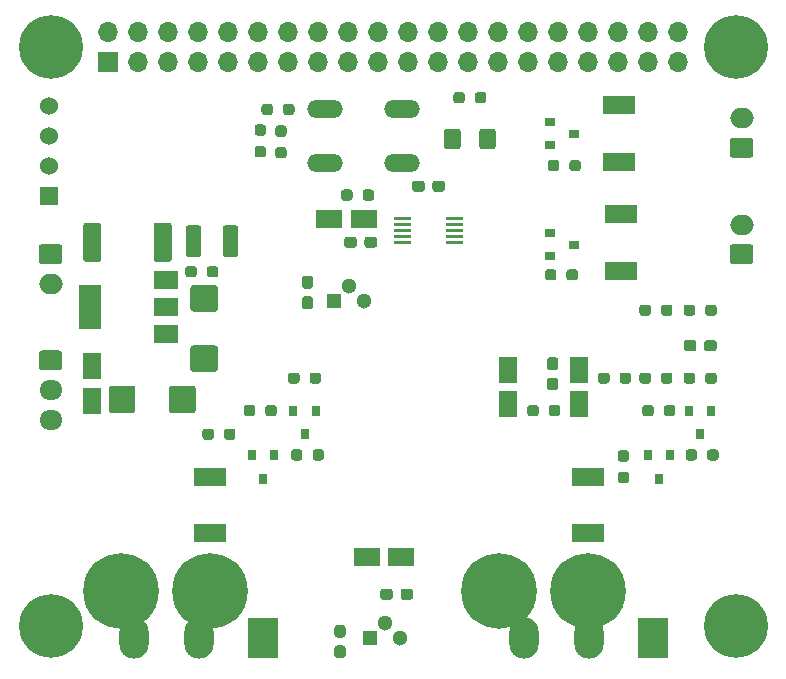
<source format=gbr>
G04 #@! TF.GenerationSoftware,KiCad,Pcbnew,5.1.10-88a1d61d58~88~ubuntu20.04.1*
G04 #@! TF.CreationDate,2021-09-15T20:12:52+01:00*
G04 #@! TF.ProjectId,ogsolar,6f67736f-6c61-4722-9e6b-696361645f70,1.5*
G04 #@! TF.SameCoordinates,Original*
G04 #@! TF.FileFunction,Soldermask,Top*
G04 #@! TF.FilePolarity,Negative*
%FSLAX46Y46*%
G04 Gerber Fmt 4.6, Leading zero omitted, Abs format (unit mm)*
G04 Created by KiCad (PCBNEW 5.1.10-88a1d61d58~88~ubuntu20.04.1) date 2021-09-15 20:12:52*
%MOMM*%
%LPD*%
G01*
G04 APERTURE LIST*
%ADD10C,1.300000*%
%ADD11R,1.300000X1.300000*%
%ADD12C,5.400000*%
%ADD13R,1.500000X2.200000*%
%ADD14O,2.000000X1.700000*%
%ADD15O,1.950000X1.700000*%
%ADD16R,2.006600X1.498600*%
%ADD17R,1.930400X3.810000*%
%ADD18R,1.700000X1.700000*%
%ADD19O,1.700000X1.700000*%
%ADD20R,1.524000X1.524000*%
%ADD21C,1.524000*%
%ADD22R,2.200000X1.500000*%
%ADD23R,2.700000X1.500000*%
%ADD24R,0.800000X0.900000*%
%ADD25O,2.500000X3.500000*%
%ADD26R,2.500000X3.500000*%
%ADD27R,0.900000X0.800000*%
%ADD28O,3.014980X1.506220*%
%ADD29C,0.800000*%
%ADD30C,6.400000*%
G04 APERTURE END LIST*
D10*
X141770000Y-107230000D03*
X143040000Y-108500000D03*
D11*
X140500000Y-108500000D03*
D12*
X113500000Y-107500000D03*
X171500000Y-107500000D03*
X171500000Y-58500000D03*
X113500000Y-58500000D03*
G36*
G01*
X118425000Y-89225001D02*
X118425000Y-87374999D01*
G75*
G02*
X118674999Y-87125000I249999J0D01*
G01*
X120425001Y-87125000D01*
G75*
G02*
X120675000Y-87374999I0J-249999D01*
G01*
X120675000Y-89225001D01*
G75*
G02*
X120425001Y-89475000I-249999J0D01*
G01*
X118674999Y-89475000D01*
G75*
G02*
X118425000Y-89225001I0J249999D01*
G01*
G37*
G36*
G01*
X123525000Y-89225001D02*
X123525000Y-87374999D01*
G75*
G02*
X123774999Y-87125000I249999J0D01*
G01*
X125525001Y-87125000D01*
G75*
G02*
X125775000Y-87374999I0J-249999D01*
G01*
X125775000Y-89225001D01*
G75*
G02*
X125525001Y-89475000I-249999J0D01*
G01*
X123774999Y-89475000D01*
G75*
G02*
X123525000Y-89225001I0J249999D01*
G01*
G37*
G36*
G01*
X125574999Y-78625000D02*
X127425001Y-78625000D01*
G75*
G02*
X127675000Y-78874999I0J-249999D01*
G01*
X127675000Y-80625001D01*
G75*
G02*
X127425001Y-80875000I-249999J0D01*
G01*
X125574999Y-80875000D01*
G75*
G02*
X125325000Y-80625001I0J249999D01*
G01*
X125325000Y-78874999D01*
G75*
G02*
X125574999Y-78625000I249999J0D01*
G01*
G37*
G36*
G01*
X125574999Y-83725000D02*
X127425001Y-83725000D01*
G75*
G02*
X127675000Y-83974999I0J-249999D01*
G01*
X127675000Y-85725001D01*
G75*
G02*
X127425001Y-85975000I-249999J0D01*
G01*
X125574999Y-85975000D01*
G75*
G02*
X125325000Y-85725001I0J249999D01*
G01*
X125325000Y-83974999D01*
G75*
G02*
X125574999Y-83725000I249999J0D01*
G01*
G37*
D13*
X117000000Y-85500000D03*
X117000000Y-88400000D03*
G36*
G01*
X123750000Y-73574999D02*
X123750000Y-76425001D01*
G75*
G02*
X123500001Y-76675000I-249999J0D01*
G01*
X122474999Y-76675000D01*
G75*
G02*
X122225000Y-76425001I0J249999D01*
G01*
X122225000Y-73574999D01*
G75*
G02*
X122474999Y-73325000I249999J0D01*
G01*
X123500001Y-73325000D01*
G75*
G02*
X123750000Y-73574999I0J-249999D01*
G01*
G37*
G36*
G01*
X117775000Y-73574999D02*
X117775000Y-76425001D01*
G75*
G02*
X117525001Y-76675000I-249999J0D01*
G01*
X116499999Y-76675000D01*
G75*
G02*
X116250000Y-76425001I0J249999D01*
G01*
X116250000Y-73574999D01*
G75*
G02*
X116499999Y-73325000I249999J0D01*
G01*
X117525001Y-73325000D01*
G75*
G02*
X117775000Y-73574999I0J-249999D01*
G01*
G37*
G36*
G01*
X112750000Y-75150000D02*
X114250000Y-75150000D01*
G75*
G02*
X114500000Y-75400000I0J-250000D01*
G01*
X114500000Y-76600000D01*
G75*
G02*
X114250000Y-76850000I-250000J0D01*
G01*
X112750000Y-76850000D01*
G75*
G02*
X112500000Y-76600000I0J250000D01*
G01*
X112500000Y-75400000D01*
G75*
G02*
X112750000Y-75150000I250000J0D01*
G01*
G37*
D14*
X113500000Y-78500000D03*
G36*
G01*
X112775000Y-84150000D02*
X114225000Y-84150000D01*
G75*
G02*
X114475000Y-84400000I0J-250000D01*
G01*
X114475000Y-85600000D01*
G75*
G02*
X114225000Y-85850000I-250000J0D01*
G01*
X112775000Y-85850000D01*
G75*
G02*
X112525000Y-85600000I0J250000D01*
G01*
X112525000Y-84400000D01*
G75*
G02*
X112775000Y-84150000I250000J0D01*
G01*
G37*
D15*
X113500000Y-87500000D03*
X113500000Y-90000000D03*
G36*
G01*
X127700000Y-77262500D02*
X127700000Y-77737500D01*
G75*
G02*
X127462500Y-77975000I-237500J0D01*
G01*
X126962500Y-77975000D01*
G75*
G02*
X126725000Y-77737500I0J237500D01*
G01*
X126725000Y-77262500D01*
G75*
G02*
X126962500Y-77025000I237500J0D01*
G01*
X127462500Y-77025000D01*
G75*
G02*
X127700000Y-77262500I0J-237500D01*
G01*
G37*
G36*
G01*
X125875000Y-77262500D02*
X125875000Y-77737500D01*
G75*
G02*
X125637500Y-77975000I-237500J0D01*
G01*
X125137500Y-77975000D01*
G75*
G02*
X124900000Y-77737500I0J237500D01*
G01*
X124900000Y-77262500D01*
G75*
G02*
X125137500Y-77025000I237500J0D01*
G01*
X125637500Y-77025000D01*
G75*
G02*
X125875000Y-77262500I0J-237500D01*
G01*
G37*
D16*
X123233420Y-82798700D03*
X123233420Y-80500000D03*
X123233420Y-78201300D03*
D17*
X116825000Y-80500000D03*
D18*
X118375000Y-59750000D03*
D19*
X118375000Y-57210000D03*
X120915000Y-59750000D03*
X120915000Y-57210000D03*
X123455000Y-59750000D03*
X123455000Y-57210000D03*
X125995000Y-59750000D03*
X125995000Y-57210000D03*
X128535000Y-59750000D03*
X128535000Y-57210000D03*
X131075000Y-59750000D03*
X131075000Y-57210000D03*
X133615000Y-59750000D03*
X133615000Y-57210000D03*
X136155000Y-59750000D03*
X136155000Y-57210000D03*
X138695000Y-59750000D03*
X138695000Y-57210000D03*
X141235000Y-59750000D03*
X141235000Y-57210000D03*
X143775000Y-59750000D03*
X143775000Y-57210000D03*
X146315000Y-59750000D03*
X146315000Y-57210000D03*
X148855000Y-59750000D03*
X148855000Y-57210000D03*
X151395000Y-59750000D03*
X151395000Y-57210000D03*
X153935000Y-59750000D03*
X153935000Y-57210000D03*
X156475000Y-59750000D03*
X156475000Y-57210000D03*
X159015000Y-59750000D03*
X159015000Y-57210000D03*
X161555000Y-59750000D03*
X161555000Y-57210000D03*
X164095000Y-59750000D03*
X164095000Y-57210000D03*
X166635000Y-59750000D03*
X166635000Y-57210000D03*
D20*
X113340000Y-71040000D03*
D21*
X113340000Y-68500000D03*
X113340000Y-65960000D03*
X113340000Y-63420000D03*
G36*
G01*
X129387500Y-73799998D02*
X129387500Y-76000002D01*
G75*
G02*
X129137502Y-76250000I-249998J0D01*
G01*
X128312498Y-76250000D01*
G75*
G02*
X128062500Y-76000002I0J249998D01*
G01*
X128062500Y-73799998D01*
G75*
G02*
X128312498Y-73550000I249998J0D01*
G01*
X129137502Y-73550000D01*
G75*
G02*
X129387500Y-73799998I0J-249998D01*
G01*
G37*
G36*
G01*
X126262500Y-73799998D02*
X126262500Y-76000002D01*
G75*
G02*
X126012502Y-76250000I-249998J0D01*
G01*
X125187498Y-76250000D01*
G75*
G02*
X124937500Y-76000002I0J249998D01*
G01*
X124937500Y-73799998D01*
G75*
G02*
X125187498Y-73550000I249998J0D01*
G01*
X126012502Y-73550000D01*
G75*
G02*
X126262500Y-73799998I0J-249998D01*
G01*
G37*
G36*
G01*
X138350000Y-75237500D02*
X138350000Y-74762500D01*
G75*
G02*
X138587500Y-74525000I237500J0D01*
G01*
X139187500Y-74525000D01*
G75*
G02*
X139425000Y-74762500I0J-237500D01*
G01*
X139425000Y-75237500D01*
G75*
G02*
X139187500Y-75475000I-237500J0D01*
G01*
X138587500Y-75475000D01*
G75*
G02*
X138350000Y-75237500I0J237500D01*
G01*
G37*
G36*
G01*
X140075000Y-75237500D02*
X140075000Y-74762500D01*
G75*
G02*
X140312500Y-74525000I237500J0D01*
G01*
X140912500Y-74525000D01*
G75*
G02*
X141150000Y-74762500I0J-237500D01*
G01*
X141150000Y-75237500D01*
G75*
G02*
X140912500Y-75475000I-237500J0D01*
G01*
X140312500Y-75475000D01*
G75*
G02*
X140075000Y-75237500I0J237500D01*
G01*
G37*
G36*
G01*
X155762500Y-84737500D02*
X156237500Y-84737500D01*
G75*
G02*
X156475000Y-84975000I0J-237500D01*
G01*
X156475000Y-85575000D01*
G75*
G02*
X156237500Y-85812500I-237500J0D01*
G01*
X155762500Y-85812500D01*
G75*
G02*
X155525000Y-85575000I0J237500D01*
G01*
X155525000Y-84975000D01*
G75*
G02*
X155762500Y-84737500I237500J0D01*
G01*
G37*
G36*
G01*
X155762500Y-86462500D02*
X156237500Y-86462500D01*
G75*
G02*
X156475000Y-86700000I0J-237500D01*
G01*
X156475000Y-87300000D01*
G75*
G02*
X156237500Y-87537500I-237500J0D01*
G01*
X155762500Y-87537500D01*
G75*
G02*
X155525000Y-87300000I0J237500D01*
G01*
X155525000Y-86700000D01*
G75*
G02*
X155762500Y-86462500I237500J0D01*
G01*
G37*
G36*
G01*
X168825000Y-83987500D02*
X168825000Y-83512500D01*
G75*
G02*
X169062500Y-83275000I237500J0D01*
G01*
X169662500Y-83275000D01*
G75*
G02*
X169900000Y-83512500I0J-237500D01*
G01*
X169900000Y-83987500D01*
G75*
G02*
X169662500Y-84225000I-237500J0D01*
G01*
X169062500Y-84225000D01*
G75*
G02*
X168825000Y-83987500I0J237500D01*
G01*
G37*
G36*
G01*
X167100000Y-83987500D02*
X167100000Y-83512500D01*
G75*
G02*
X167337500Y-83275000I237500J0D01*
G01*
X167937500Y-83275000D01*
G75*
G02*
X168175000Y-83512500I0J-237500D01*
G01*
X168175000Y-83987500D01*
G75*
G02*
X167937500Y-84225000I-237500J0D01*
G01*
X167337500Y-84225000D01*
G75*
G02*
X167100000Y-83987500I0J237500D01*
G01*
G37*
D22*
X140000000Y-73000000D03*
X137100000Y-73000000D03*
D13*
X158250000Y-85800000D03*
X158250000Y-88700000D03*
X152250000Y-85800000D03*
X152250000Y-88700000D03*
G36*
G01*
X146800000Y-66875000D02*
X146800000Y-65625000D01*
G75*
G02*
X147050000Y-65375000I250000J0D01*
G01*
X147975000Y-65375000D01*
G75*
G02*
X148225000Y-65625000I0J-250000D01*
G01*
X148225000Y-66875000D01*
G75*
G02*
X147975000Y-67125000I-250000J0D01*
G01*
X147050000Y-67125000D01*
G75*
G02*
X146800000Y-66875000I0J250000D01*
G01*
G37*
G36*
G01*
X149775000Y-66875000D02*
X149775000Y-65625000D01*
G75*
G02*
X150025000Y-65375000I250000J0D01*
G01*
X150950000Y-65375000D01*
G75*
G02*
X151200000Y-65625000I0J-250000D01*
G01*
X151200000Y-66875000D01*
G75*
G02*
X150950000Y-67125000I-250000J0D01*
G01*
X150025000Y-67125000D01*
G75*
G02*
X149775000Y-66875000I0J250000D01*
G01*
G37*
D23*
X159000000Y-99650000D03*
X159000000Y-94850000D03*
X127000000Y-94850000D03*
X127000000Y-99650000D03*
X161600000Y-63400000D03*
X161600000Y-68200000D03*
X161800000Y-77400000D03*
X161800000Y-72600000D03*
D14*
X172000000Y-64500000D03*
G36*
G01*
X172750000Y-67850000D02*
X171250000Y-67850000D01*
G75*
G02*
X171000000Y-67600000I0J250000D01*
G01*
X171000000Y-66400000D01*
G75*
G02*
X171250000Y-66150000I250000J0D01*
G01*
X172750000Y-66150000D01*
G75*
G02*
X173000000Y-66400000I0J-250000D01*
G01*
X173000000Y-67600000D01*
G75*
G02*
X172750000Y-67850000I-250000J0D01*
G01*
G37*
G36*
G01*
X172750000Y-76850000D02*
X171250000Y-76850000D01*
G75*
G02*
X171000000Y-76600000I0J250000D01*
G01*
X171000000Y-75400000D01*
G75*
G02*
X171250000Y-75150000I250000J0D01*
G01*
X172750000Y-75150000D01*
G75*
G02*
X173000000Y-75400000I0J-250000D01*
G01*
X173000000Y-76600000D01*
G75*
G02*
X172750000Y-76850000I-250000J0D01*
G01*
G37*
X172000000Y-73500000D03*
D24*
X135950000Y-89250000D03*
X134050000Y-89250000D03*
X135000000Y-91250000D03*
X168500000Y-91250000D03*
X167550000Y-89250000D03*
X169450000Y-89250000D03*
X131500000Y-95000000D03*
X130550000Y-93000000D03*
X132450000Y-93000000D03*
X165950000Y-93000000D03*
X164050000Y-93000000D03*
X165000000Y-95000000D03*
D25*
X120600000Y-108500000D03*
X126050000Y-108500000D03*
D26*
X131500000Y-108500000D03*
X164500000Y-108500000D03*
D25*
X159050000Y-108500000D03*
X153600000Y-108500000D03*
D27*
X155800000Y-64850000D03*
X155800000Y-66750000D03*
X157800000Y-65800000D03*
X157800000Y-75200000D03*
X155800000Y-76150000D03*
X155800000Y-74250000D03*
G36*
G01*
X165175000Y-86737500D02*
X165175000Y-86262500D01*
G75*
G02*
X165412500Y-86025000I237500J0D01*
G01*
X165912500Y-86025000D01*
G75*
G02*
X166150000Y-86262500I0J-237500D01*
G01*
X166150000Y-86737500D01*
G75*
G02*
X165912500Y-86975000I-237500J0D01*
G01*
X165412500Y-86975000D01*
G75*
G02*
X165175000Y-86737500I0J237500D01*
G01*
G37*
G36*
G01*
X163350000Y-86737500D02*
X163350000Y-86262500D01*
G75*
G02*
X163587500Y-86025000I237500J0D01*
G01*
X164087500Y-86025000D01*
G75*
G02*
X164325000Y-86262500I0J-237500D01*
G01*
X164325000Y-86737500D01*
G75*
G02*
X164087500Y-86975000I-237500J0D01*
G01*
X163587500Y-86975000D01*
G75*
G02*
X163350000Y-86737500I0J237500D01*
G01*
G37*
G36*
G01*
X166150000Y-80512500D02*
X166150000Y-80987500D01*
G75*
G02*
X165912500Y-81225000I-237500J0D01*
G01*
X165412500Y-81225000D01*
G75*
G02*
X165175000Y-80987500I0J237500D01*
G01*
X165175000Y-80512500D01*
G75*
G02*
X165412500Y-80275000I237500J0D01*
G01*
X165912500Y-80275000D01*
G75*
G02*
X166150000Y-80512500I0J-237500D01*
G01*
G37*
G36*
G01*
X164325000Y-80512500D02*
X164325000Y-80987500D01*
G75*
G02*
X164087500Y-81225000I-237500J0D01*
G01*
X163587500Y-81225000D01*
G75*
G02*
X163350000Y-80987500I0J237500D01*
G01*
X163350000Y-80512500D01*
G75*
G02*
X163587500Y-80275000I237500J0D01*
G01*
X164087500Y-80275000D01*
G75*
G02*
X164325000Y-80512500I0J-237500D01*
G01*
G37*
G36*
G01*
X168075000Y-80512500D02*
X168075000Y-80987500D01*
G75*
G02*
X167837500Y-81225000I-237500J0D01*
G01*
X167337500Y-81225000D01*
G75*
G02*
X167100000Y-80987500I0J237500D01*
G01*
X167100000Y-80512500D01*
G75*
G02*
X167337500Y-80275000I237500J0D01*
G01*
X167837500Y-80275000D01*
G75*
G02*
X168075000Y-80512500I0J-237500D01*
G01*
G37*
G36*
G01*
X169900000Y-80512500D02*
X169900000Y-80987500D01*
G75*
G02*
X169662500Y-81225000I-237500J0D01*
G01*
X169162500Y-81225000D01*
G75*
G02*
X168925000Y-80987500I0J237500D01*
G01*
X168925000Y-80512500D01*
G75*
G02*
X169162500Y-80275000I237500J0D01*
G01*
X169662500Y-80275000D01*
G75*
G02*
X169900000Y-80512500I0J-237500D01*
G01*
G37*
G36*
G01*
X132650000Y-89012500D02*
X132650000Y-89487500D01*
G75*
G02*
X132412500Y-89725000I-237500J0D01*
G01*
X131912500Y-89725000D01*
G75*
G02*
X131675000Y-89487500I0J237500D01*
G01*
X131675000Y-89012500D01*
G75*
G02*
X131912500Y-88775000I237500J0D01*
G01*
X132412500Y-88775000D01*
G75*
G02*
X132650000Y-89012500I0J-237500D01*
G01*
G37*
G36*
G01*
X130825000Y-89012500D02*
X130825000Y-89487500D01*
G75*
G02*
X130587500Y-89725000I-237500J0D01*
G01*
X130087500Y-89725000D01*
G75*
G02*
X129850000Y-89487500I0J237500D01*
G01*
X129850000Y-89012500D01*
G75*
G02*
X130087500Y-88775000I237500J0D01*
G01*
X130587500Y-88775000D01*
G75*
G02*
X130825000Y-89012500I0J-237500D01*
G01*
G37*
G36*
G01*
X136650000Y-92762500D02*
X136650000Y-93237500D01*
G75*
G02*
X136412500Y-93475000I-237500J0D01*
G01*
X135912500Y-93475000D01*
G75*
G02*
X135675000Y-93237500I0J237500D01*
G01*
X135675000Y-92762500D01*
G75*
G02*
X135912500Y-92525000I237500J0D01*
G01*
X136412500Y-92525000D01*
G75*
G02*
X136650000Y-92762500I0J-237500D01*
G01*
G37*
G36*
G01*
X134825000Y-92762500D02*
X134825000Y-93237500D01*
G75*
G02*
X134587500Y-93475000I-237500J0D01*
G01*
X134087500Y-93475000D01*
G75*
G02*
X133850000Y-93237500I0J237500D01*
G01*
X133850000Y-92762500D01*
G75*
G02*
X134087500Y-92525000I237500J0D01*
G01*
X134587500Y-92525000D01*
G75*
G02*
X134825000Y-92762500I0J-237500D01*
G01*
G37*
G36*
G01*
X136400000Y-86262500D02*
X136400000Y-86737500D01*
G75*
G02*
X136162500Y-86975000I-237500J0D01*
G01*
X135662500Y-86975000D01*
G75*
G02*
X135425000Y-86737500I0J237500D01*
G01*
X135425000Y-86262500D01*
G75*
G02*
X135662500Y-86025000I237500J0D01*
G01*
X136162500Y-86025000D01*
G75*
G02*
X136400000Y-86262500I0J-237500D01*
G01*
G37*
G36*
G01*
X134575000Y-86262500D02*
X134575000Y-86737500D01*
G75*
G02*
X134337500Y-86975000I-237500J0D01*
G01*
X133837500Y-86975000D01*
G75*
G02*
X133600000Y-86737500I0J237500D01*
G01*
X133600000Y-86262500D01*
G75*
G02*
X133837500Y-86025000I237500J0D01*
G01*
X134337500Y-86025000D01*
G75*
G02*
X134575000Y-86262500I0J-237500D01*
G01*
G37*
G36*
G01*
X166400000Y-89012500D02*
X166400000Y-89487500D01*
G75*
G02*
X166162500Y-89725000I-237500J0D01*
G01*
X165662500Y-89725000D01*
G75*
G02*
X165425000Y-89487500I0J237500D01*
G01*
X165425000Y-89012500D01*
G75*
G02*
X165662500Y-88775000I237500J0D01*
G01*
X166162500Y-88775000D01*
G75*
G02*
X166400000Y-89012500I0J-237500D01*
G01*
G37*
G36*
G01*
X164575000Y-89012500D02*
X164575000Y-89487500D01*
G75*
G02*
X164337500Y-89725000I-237500J0D01*
G01*
X163837500Y-89725000D01*
G75*
G02*
X163600000Y-89487500I0J237500D01*
G01*
X163600000Y-89012500D01*
G75*
G02*
X163837500Y-88775000I237500J0D01*
G01*
X164337500Y-88775000D01*
G75*
G02*
X164575000Y-89012500I0J-237500D01*
G01*
G37*
G36*
G01*
X168075000Y-86262500D02*
X168075000Y-86737500D01*
G75*
G02*
X167837500Y-86975000I-237500J0D01*
G01*
X167337500Y-86975000D01*
G75*
G02*
X167100000Y-86737500I0J237500D01*
G01*
X167100000Y-86262500D01*
G75*
G02*
X167337500Y-86025000I237500J0D01*
G01*
X167837500Y-86025000D01*
G75*
G02*
X168075000Y-86262500I0J-237500D01*
G01*
G37*
G36*
G01*
X169900000Y-86262500D02*
X169900000Y-86737500D01*
G75*
G02*
X169662500Y-86975000I-237500J0D01*
G01*
X169162500Y-86975000D01*
G75*
G02*
X168925000Y-86737500I0J237500D01*
G01*
X168925000Y-86262500D01*
G75*
G02*
X169162500Y-86025000I237500J0D01*
G01*
X169662500Y-86025000D01*
G75*
G02*
X169900000Y-86262500I0J-237500D01*
G01*
G37*
G36*
G01*
X148575000Y-62512500D02*
X148575000Y-62987500D01*
G75*
G02*
X148337500Y-63225000I-237500J0D01*
G01*
X147837500Y-63225000D01*
G75*
G02*
X147600000Y-62987500I0J237500D01*
G01*
X147600000Y-62512500D01*
G75*
G02*
X147837500Y-62275000I237500J0D01*
G01*
X148337500Y-62275000D01*
G75*
G02*
X148575000Y-62512500I0J-237500D01*
G01*
G37*
G36*
G01*
X150400000Y-62512500D02*
X150400000Y-62987500D01*
G75*
G02*
X150162500Y-63225000I-237500J0D01*
G01*
X149662500Y-63225000D01*
G75*
G02*
X149425000Y-62987500I0J237500D01*
G01*
X149425000Y-62512500D01*
G75*
G02*
X149662500Y-62275000I237500J0D01*
G01*
X150162500Y-62275000D01*
G75*
G02*
X150400000Y-62512500I0J-237500D01*
G01*
G37*
G36*
G01*
X168237500Y-92762500D02*
X168237500Y-93237500D01*
G75*
G02*
X168000000Y-93475000I-237500J0D01*
G01*
X167500000Y-93475000D01*
G75*
G02*
X167262500Y-93237500I0J237500D01*
G01*
X167262500Y-92762500D01*
G75*
G02*
X167500000Y-92525000I237500J0D01*
G01*
X168000000Y-92525000D01*
G75*
G02*
X168237500Y-92762500I0J-237500D01*
G01*
G37*
G36*
G01*
X170062500Y-92762500D02*
X170062500Y-93237500D01*
G75*
G02*
X169825000Y-93475000I-237500J0D01*
G01*
X169325000Y-93475000D01*
G75*
G02*
X169087500Y-93237500I0J237500D01*
G01*
X169087500Y-92762500D01*
G75*
G02*
X169325000Y-92525000I237500J0D01*
G01*
X169825000Y-92525000D01*
G75*
G02*
X170062500Y-92762500I0J-237500D01*
G01*
G37*
G36*
G01*
X161675000Y-86737500D02*
X161675000Y-86262500D01*
G75*
G02*
X161912500Y-86025000I237500J0D01*
G01*
X162412500Y-86025000D01*
G75*
G02*
X162650000Y-86262500I0J-237500D01*
G01*
X162650000Y-86737500D01*
G75*
G02*
X162412500Y-86975000I-237500J0D01*
G01*
X161912500Y-86975000D01*
G75*
G02*
X161675000Y-86737500I0J237500D01*
G01*
G37*
G36*
G01*
X159850000Y-86737500D02*
X159850000Y-86262500D01*
G75*
G02*
X160087500Y-86025000I237500J0D01*
G01*
X160587500Y-86025000D01*
G75*
G02*
X160825000Y-86262500I0J-237500D01*
G01*
X160825000Y-86737500D01*
G75*
G02*
X160587500Y-86975000I-237500J0D01*
G01*
X160087500Y-86975000D01*
G75*
G02*
X159850000Y-86737500I0J237500D01*
G01*
G37*
G36*
G01*
X128175000Y-91487500D02*
X128175000Y-91012500D01*
G75*
G02*
X128412500Y-90775000I237500J0D01*
G01*
X128912500Y-90775000D01*
G75*
G02*
X129150000Y-91012500I0J-237500D01*
G01*
X129150000Y-91487500D01*
G75*
G02*
X128912500Y-91725000I-237500J0D01*
G01*
X128412500Y-91725000D01*
G75*
G02*
X128175000Y-91487500I0J237500D01*
G01*
G37*
G36*
G01*
X126350000Y-91487500D02*
X126350000Y-91012500D01*
G75*
G02*
X126587500Y-90775000I237500J0D01*
G01*
X127087500Y-90775000D01*
G75*
G02*
X127325000Y-91012500I0J-237500D01*
G01*
X127325000Y-91487500D01*
G75*
G02*
X127087500Y-91725000I-237500J0D01*
G01*
X126587500Y-91725000D01*
G75*
G02*
X126350000Y-91487500I0J237500D01*
G01*
G37*
G36*
G01*
X131012500Y-66837500D02*
X131487500Y-66837500D01*
G75*
G02*
X131725000Y-67075000I0J-237500D01*
G01*
X131725000Y-67575000D01*
G75*
G02*
X131487500Y-67812500I-237500J0D01*
G01*
X131012500Y-67812500D01*
G75*
G02*
X130775000Y-67575000I0J237500D01*
G01*
X130775000Y-67075000D01*
G75*
G02*
X131012500Y-66837500I237500J0D01*
G01*
G37*
G36*
G01*
X131012500Y-65012500D02*
X131487500Y-65012500D01*
G75*
G02*
X131725000Y-65250000I0J-237500D01*
G01*
X131725000Y-65750000D01*
G75*
G02*
X131487500Y-65987500I-237500J0D01*
G01*
X131012500Y-65987500D01*
G75*
G02*
X130775000Y-65750000I0J237500D01*
G01*
X130775000Y-65250000D01*
G75*
G02*
X131012500Y-65012500I237500J0D01*
G01*
G37*
G36*
G01*
X161762500Y-92600000D02*
X162237500Y-92600000D01*
G75*
G02*
X162475000Y-92837500I0J-237500D01*
G01*
X162475000Y-93337500D01*
G75*
G02*
X162237500Y-93575000I-237500J0D01*
G01*
X161762500Y-93575000D01*
G75*
G02*
X161525000Y-93337500I0J237500D01*
G01*
X161525000Y-92837500D01*
G75*
G02*
X161762500Y-92600000I237500J0D01*
G01*
G37*
G36*
G01*
X161762500Y-94425000D02*
X162237500Y-94425000D01*
G75*
G02*
X162475000Y-94662500I0J-237500D01*
G01*
X162475000Y-95162500D01*
G75*
G02*
X162237500Y-95400000I-237500J0D01*
G01*
X161762500Y-95400000D01*
G75*
G02*
X161525000Y-95162500I0J237500D01*
G01*
X161525000Y-94662500D01*
G75*
G02*
X161762500Y-94425000I237500J0D01*
G01*
G37*
G36*
G01*
X131350000Y-63987500D02*
X131350000Y-63512500D01*
G75*
G02*
X131587500Y-63275000I237500J0D01*
G01*
X132087500Y-63275000D01*
G75*
G02*
X132325000Y-63512500I0J-237500D01*
G01*
X132325000Y-63987500D01*
G75*
G02*
X132087500Y-64225000I-237500J0D01*
G01*
X131587500Y-64225000D01*
G75*
G02*
X131350000Y-63987500I0J237500D01*
G01*
G37*
G36*
G01*
X133175000Y-63987500D02*
X133175000Y-63512500D01*
G75*
G02*
X133412500Y-63275000I237500J0D01*
G01*
X133912500Y-63275000D01*
G75*
G02*
X134150000Y-63512500I0J-237500D01*
G01*
X134150000Y-63987500D01*
G75*
G02*
X133912500Y-64225000I-237500J0D01*
G01*
X133412500Y-64225000D01*
G75*
G02*
X133175000Y-63987500I0J237500D01*
G01*
G37*
G36*
G01*
X132762500Y-65100000D02*
X133237500Y-65100000D01*
G75*
G02*
X133475000Y-65337500I0J-237500D01*
G01*
X133475000Y-65837500D01*
G75*
G02*
X133237500Y-66075000I-237500J0D01*
G01*
X132762500Y-66075000D01*
G75*
G02*
X132525000Y-65837500I0J237500D01*
G01*
X132525000Y-65337500D01*
G75*
G02*
X132762500Y-65100000I237500J0D01*
G01*
G37*
G36*
G01*
X132762500Y-66925000D02*
X133237500Y-66925000D01*
G75*
G02*
X133475000Y-67162500I0J-237500D01*
G01*
X133475000Y-67662500D01*
G75*
G02*
X133237500Y-67900000I-237500J0D01*
G01*
X132762500Y-67900000D01*
G75*
G02*
X132525000Y-67662500I0J237500D01*
G01*
X132525000Y-67162500D01*
G75*
G02*
X132762500Y-66925000I237500J0D01*
G01*
G37*
D28*
X136751340Y-63752100D03*
X143248660Y-63752100D03*
X136751340Y-68247900D03*
X143248660Y-68247900D03*
G36*
G01*
X142575000Y-73075000D02*
X142575000Y-72925000D01*
G75*
G02*
X142650000Y-72850000I75000J0D01*
G01*
X143950000Y-72850000D01*
G75*
G02*
X144025000Y-72925000I0J-75000D01*
G01*
X144025000Y-73075000D01*
G75*
G02*
X143950000Y-73150000I-75000J0D01*
G01*
X142650000Y-73150000D01*
G75*
G02*
X142575000Y-73075000I0J75000D01*
G01*
G37*
G36*
G01*
X142575000Y-73575000D02*
X142575000Y-73425000D01*
G75*
G02*
X142650000Y-73350000I75000J0D01*
G01*
X143950000Y-73350000D01*
G75*
G02*
X144025000Y-73425000I0J-75000D01*
G01*
X144025000Y-73575000D01*
G75*
G02*
X143950000Y-73650000I-75000J0D01*
G01*
X142650000Y-73650000D01*
G75*
G02*
X142575000Y-73575000I0J75000D01*
G01*
G37*
G36*
G01*
X142575000Y-74075000D02*
X142575000Y-73925000D01*
G75*
G02*
X142650000Y-73850000I75000J0D01*
G01*
X143950000Y-73850000D01*
G75*
G02*
X144025000Y-73925000I0J-75000D01*
G01*
X144025000Y-74075000D01*
G75*
G02*
X143950000Y-74150000I-75000J0D01*
G01*
X142650000Y-74150000D01*
G75*
G02*
X142575000Y-74075000I0J75000D01*
G01*
G37*
G36*
G01*
X142575000Y-74575000D02*
X142575000Y-74425000D01*
G75*
G02*
X142650000Y-74350000I75000J0D01*
G01*
X143950000Y-74350000D01*
G75*
G02*
X144025000Y-74425000I0J-75000D01*
G01*
X144025000Y-74575000D01*
G75*
G02*
X143950000Y-74650000I-75000J0D01*
G01*
X142650000Y-74650000D01*
G75*
G02*
X142575000Y-74575000I0J75000D01*
G01*
G37*
G36*
G01*
X142575000Y-75075000D02*
X142575000Y-74925000D01*
G75*
G02*
X142650000Y-74850000I75000J0D01*
G01*
X143950000Y-74850000D01*
G75*
G02*
X144025000Y-74925000I0J-75000D01*
G01*
X144025000Y-75075000D01*
G75*
G02*
X143950000Y-75150000I-75000J0D01*
G01*
X142650000Y-75150000D01*
G75*
G02*
X142575000Y-75075000I0J75000D01*
G01*
G37*
G36*
G01*
X146975000Y-75075000D02*
X146975000Y-74925000D01*
G75*
G02*
X147050000Y-74850000I75000J0D01*
G01*
X148350000Y-74850000D01*
G75*
G02*
X148425000Y-74925000I0J-75000D01*
G01*
X148425000Y-75075000D01*
G75*
G02*
X148350000Y-75150000I-75000J0D01*
G01*
X147050000Y-75150000D01*
G75*
G02*
X146975000Y-75075000I0J75000D01*
G01*
G37*
G36*
G01*
X146975000Y-74575000D02*
X146975000Y-74425000D01*
G75*
G02*
X147050000Y-74350000I75000J0D01*
G01*
X148350000Y-74350000D01*
G75*
G02*
X148425000Y-74425000I0J-75000D01*
G01*
X148425000Y-74575000D01*
G75*
G02*
X148350000Y-74650000I-75000J0D01*
G01*
X147050000Y-74650000D01*
G75*
G02*
X146975000Y-74575000I0J75000D01*
G01*
G37*
G36*
G01*
X146975000Y-74075000D02*
X146975000Y-73925000D01*
G75*
G02*
X147050000Y-73850000I75000J0D01*
G01*
X148350000Y-73850000D01*
G75*
G02*
X148425000Y-73925000I0J-75000D01*
G01*
X148425000Y-74075000D01*
G75*
G02*
X148350000Y-74150000I-75000J0D01*
G01*
X147050000Y-74150000D01*
G75*
G02*
X146975000Y-74075000I0J75000D01*
G01*
G37*
G36*
G01*
X146975000Y-73575000D02*
X146975000Y-73425000D01*
G75*
G02*
X147050000Y-73350000I75000J0D01*
G01*
X148350000Y-73350000D01*
G75*
G02*
X148425000Y-73425000I0J-75000D01*
G01*
X148425000Y-73575000D01*
G75*
G02*
X148350000Y-73650000I-75000J0D01*
G01*
X147050000Y-73650000D01*
G75*
G02*
X146975000Y-73575000I0J75000D01*
G01*
G37*
G36*
G01*
X146975000Y-73075000D02*
X146975000Y-72925000D01*
G75*
G02*
X147050000Y-72850000I75000J0D01*
G01*
X148350000Y-72850000D01*
G75*
G02*
X148425000Y-72925000I0J-75000D01*
G01*
X148425000Y-73075000D01*
G75*
G02*
X148350000Y-73150000I-75000J0D01*
G01*
X147050000Y-73150000D01*
G75*
G02*
X146975000Y-73075000I0J75000D01*
G01*
G37*
D29*
X128697056Y-102802944D03*
X127000000Y-102100000D03*
X125302944Y-102802944D03*
X124600000Y-104500000D03*
X125302944Y-106197056D03*
X127000000Y-106900000D03*
X128697056Y-106197056D03*
X129400000Y-104500000D03*
D30*
X127000000Y-104500000D03*
X159000000Y-104500000D03*
D29*
X161400000Y-104500000D03*
X160697056Y-106197056D03*
X159000000Y-106900000D03*
X157302944Y-106197056D03*
X156600000Y-104500000D03*
X157302944Y-102802944D03*
X159000000Y-102100000D03*
X160697056Y-102802944D03*
X121197056Y-102802944D03*
X119500000Y-102100000D03*
X117802944Y-102802944D03*
X117100000Y-104500000D03*
X117802944Y-106197056D03*
X119500000Y-106900000D03*
X121197056Y-106197056D03*
X121900000Y-104500000D03*
D30*
X119500000Y-104500000D03*
X151500000Y-104500000D03*
D29*
X153900000Y-104500000D03*
X153197056Y-106197056D03*
X151500000Y-106900000D03*
X149802944Y-106197056D03*
X149100000Y-104500000D03*
X149802944Y-102802944D03*
X151500000Y-102100000D03*
X153197056Y-102802944D03*
G36*
G01*
X140900000Y-70762500D02*
X140900000Y-71237500D01*
G75*
G02*
X140662500Y-71475000I-237500J0D01*
G01*
X140162500Y-71475000D01*
G75*
G02*
X139925000Y-71237500I0J237500D01*
G01*
X139925000Y-70762500D01*
G75*
G02*
X140162500Y-70525000I237500J0D01*
G01*
X140662500Y-70525000D01*
G75*
G02*
X140900000Y-70762500I0J-237500D01*
G01*
G37*
G36*
G01*
X139075000Y-70762500D02*
X139075000Y-71237500D01*
G75*
G02*
X138837500Y-71475000I-237500J0D01*
G01*
X138337500Y-71475000D01*
G75*
G02*
X138100000Y-71237500I0J237500D01*
G01*
X138100000Y-70762500D01*
G75*
G02*
X138337500Y-70525000I237500J0D01*
G01*
X138837500Y-70525000D01*
G75*
G02*
X139075000Y-70762500I0J-237500D01*
G01*
G37*
G36*
G01*
X138237500Y-110200000D02*
X137762500Y-110200000D01*
G75*
G02*
X137525000Y-109962500I0J237500D01*
G01*
X137525000Y-109362500D01*
G75*
G02*
X137762500Y-109125000I237500J0D01*
G01*
X138237500Y-109125000D01*
G75*
G02*
X138475000Y-109362500I0J-237500D01*
G01*
X138475000Y-109962500D01*
G75*
G02*
X138237500Y-110200000I-237500J0D01*
G01*
G37*
G36*
G01*
X138237500Y-108475000D02*
X137762500Y-108475000D01*
G75*
G02*
X137525000Y-108237500I0J237500D01*
G01*
X137525000Y-107637500D01*
G75*
G02*
X137762500Y-107400000I237500J0D01*
G01*
X138237500Y-107400000D01*
G75*
G02*
X138475000Y-107637500I0J-237500D01*
G01*
X138475000Y-108237500D01*
G75*
G02*
X138237500Y-108475000I-237500J0D01*
G01*
G37*
G36*
G01*
X141400000Y-105037500D02*
X141400000Y-104562500D01*
G75*
G02*
X141637500Y-104325000I237500J0D01*
G01*
X142237500Y-104325000D01*
G75*
G02*
X142475000Y-104562500I0J-237500D01*
G01*
X142475000Y-105037500D01*
G75*
G02*
X142237500Y-105275000I-237500J0D01*
G01*
X141637500Y-105275000D01*
G75*
G02*
X141400000Y-105037500I0J237500D01*
G01*
G37*
G36*
G01*
X143125000Y-105037500D02*
X143125000Y-104562500D01*
G75*
G02*
X143362500Y-104325000I237500J0D01*
G01*
X143962500Y-104325000D01*
G75*
G02*
X144200000Y-104562500I0J-237500D01*
G01*
X144200000Y-105037500D01*
G75*
G02*
X143962500Y-105275000I-237500J0D01*
G01*
X143362500Y-105275000D01*
G75*
G02*
X143125000Y-105037500I0J237500D01*
G01*
G37*
G36*
G01*
X135487500Y-78925000D02*
X135012500Y-78925000D01*
G75*
G02*
X134775000Y-78687500I0J237500D01*
G01*
X134775000Y-78087500D01*
G75*
G02*
X135012500Y-77850000I237500J0D01*
G01*
X135487500Y-77850000D01*
G75*
G02*
X135725000Y-78087500I0J-237500D01*
G01*
X135725000Y-78687500D01*
G75*
G02*
X135487500Y-78925000I-237500J0D01*
G01*
G37*
G36*
G01*
X135487500Y-80650000D02*
X135012500Y-80650000D01*
G75*
G02*
X134775000Y-80412500I0J237500D01*
G01*
X134775000Y-79812500D01*
G75*
G02*
X135012500Y-79575000I237500J0D01*
G01*
X135487500Y-79575000D01*
G75*
G02*
X135725000Y-79812500I0J-237500D01*
G01*
X135725000Y-80412500D01*
G75*
G02*
X135487500Y-80650000I-237500J0D01*
G01*
G37*
D22*
X140300000Y-101600000D03*
X143200000Y-101600000D03*
G36*
G01*
X156650000Y-89012500D02*
X156650000Y-89487500D01*
G75*
G02*
X156412500Y-89725000I-237500J0D01*
G01*
X155912500Y-89725000D01*
G75*
G02*
X155675000Y-89487500I0J237500D01*
G01*
X155675000Y-89012500D01*
G75*
G02*
X155912500Y-88775000I237500J0D01*
G01*
X156412500Y-88775000D01*
G75*
G02*
X156650000Y-89012500I0J-237500D01*
G01*
G37*
G36*
G01*
X154825000Y-89012500D02*
X154825000Y-89487500D01*
G75*
G02*
X154587500Y-89725000I-237500J0D01*
G01*
X154087500Y-89725000D01*
G75*
G02*
X153850000Y-89487500I0J237500D01*
G01*
X153850000Y-89012500D01*
G75*
G02*
X154087500Y-88775000I237500J0D01*
G01*
X154587500Y-88775000D01*
G75*
G02*
X154825000Y-89012500I0J-237500D01*
G01*
G37*
D11*
X137500000Y-80000000D03*
D10*
X140040000Y-80000000D03*
X138770000Y-78730000D03*
G36*
G01*
X156575000Y-68262500D02*
X156575000Y-68737500D01*
G75*
G02*
X156337500Y-68975000I-237500J0D01*
G01*
X155837500Y-68975000D01*
G75*
G02*
X155600000Y-68737500I0J237500D01*
G01*
X155600000Y-68262500D01*
G75*
G02*
X155837500Y-68025000I237500J0D01*
G01*
X156337500Y-68025000D01*
G75*
G02*
X156575000Y-68262500I0J-237500D01*
G01*
G37*
G36*
G01*
X158400000Y-68262500D02*
X158400000Y-68737500D01*
G75*
G02*
X158162500Y-68975000I-237500J0D01*
G01*
X157662500Y-68975000D01*
G75*
G02*
X157425000Y-68737500I0J237500D01*
G01*
X157425000Y-68262500D01*
G75*
G02*
X157662500Y-68025000I237500J0D01*
G01*
X158162500Y-68025000D01*
G75*
G02*
X158400000Y-68262500I0J-237500D01*
G01*
G37*
G36*
G01*
X155350000Y-77987500D02*
X155350000Y-77512500D01*
G75*
G02*
X155587500Y-77275000I237500J0D01*
G01*
X156087500Y-77275000D01*
G75*
G02*
X156325000Y-77512500I0J-237500D01*
G01*
X156325000Y-77987500D01*
G75*
G02*
X156087500Y-78225000I-237500J0D01*
G01*
X155587500Y-78225000D01*
G75*
G02*
X155350000Y-77987500I0J237500D01*
G01*
G37*
G36*
G01*
X157175000Y-77987500D02*
X157175000Y-77512500D01*
G75*
G02*
X157412500Y-77275000I237500J0D01*
G01*
X157912500Y-77275000D01*
G75*
G02*
X158150000Y-77512500I0J-237500D01*
G01*
X158150000Y-77987500D01*
G75*
G02*
X157912500Y-78225000I-237500J0D01*
G01*
X157412500Y-78225000D01*
G75*
G02*
X157175000Y-77987500I0J237500D01*
G01*
G37*
G36*
G01*
X146900000Y-70012500D02*
X146900000Y-70487500D01*
G75*
G02*
X146662500Y-70725000I-237500J0D01*
G01*
X146062500Y-70725000D01*
G75*
G02*
X145825000Y-70487500I0J237500D01*
G01*
X145825000Y-70012500D01*
G75*
G02*
X146062500Y-69775000I237500J0D01*
G01*
X146662500Y-69775000D01*
G75*
G02*
X146900000Y-70012500I0J-237500D01*
G01*
G37*
G36*
G01*
X145175000Y-70012500D02*
X145175000Y-70487500D01*
G75*
G02*
X144937500Y-70725000I-237500J0D01*
G01*
X144337500Y-70725000D01*
G75*
G02*
X144100000Y-70487500I0J237500D01*
G01*
X144100000Y-70012500D01*
G75*
G02*
X144337500Y-69775000I237500J0D01*
G01*
X144937500Y-69775000D01*
G75*
G02*
X145175000Y-70012500I0J-237500D01*
G01*
G37*
M02*

</source>
